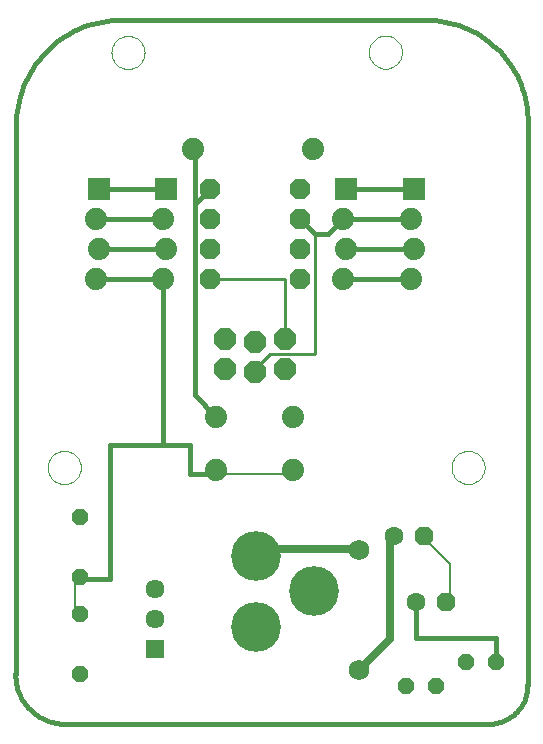
<source format=gtl>
G75*
G70*
%OFA0B0*%
%FSLAX24Y24*%
%IPPOS*%
%LPD*%
%AMOC8*
5,1,8,0,0,1.08239X$1,22.5*
%
%ADD10C,0.0000*%
%ADD11C,0.0160*%
%ADD12OC8,0.0680*%
%ADD13OC8,0.0740*%
%ADD14C,0.0740*%
%ADD15R,0.0740X0.0740*%
%ADD16OC8,0.0560*%
%ADD17C,0.0680*%
%ADD18R,0.0634X0.0634*%
%ADD19C,0.0634*%
%ADD20OC8,0.0630*%
%ADD21C,0.0630*%
%ADD22C,0.1660*%
%ADD23C,0.0100*%
%ADD24C,0.0080*%
%ADD25C,0.0250*%
D10*
X001260Y008952D02*
X001262Y008999D01*
X001268Y009045D01*
X001278Y009091D01*
X001291Y009136D01*
X001309Y009179D01*
X001330Y009221D01*
X001354Y009261D01*
X001382Y009298D01*
X001413Y009333D01*
X001447Y009366D01*
X001483Y009395D01*
X001522Y009421D01*
X001563Y009444D01*
X001606Y009463D01*
X001650Y009479D01*
X001695Y009491D01*
X001741Y009499D01*
X001788Y009503D01*
X001834Y009503D01*
X001881Y009499D01*
X001927Y009491D01*
X001972Y009479D01*
X002016Y009463D01*
X002059Y009444D01*
X002100Y009421D01*
X002139Y009395D01*
X002175Y009366D01*
X002209Y009333D01*
X002240Y009298D01*
X002268Y009261D01*
X002292Y009221D01*
X002313Y009179D01*
X002331Y009136D01*
X002344Y009091D01*
X002354Y009045D01*
X002360Y008999D01*
X002362Y008952D01*
X002360Y008905D01*
X002354Y008859D01*
X002344Y008813D01*
X002331Y008768D01*
X002313Y008725D01*
X002292Y008683D01*
X002268Y008643D01*
X002240Y008606D01*
X002209Y008571D01*
X002175Y008538D01*
X002139Y008509D01*
X002100Y008483D01*
X002059Y008460D01*
X002016Y008441D01*
X001972Y008425D01*
X001927Y008413D01*
X001881Y008405D01*
X001834Y008401D01*
X001788Y008401D01*
X001741Y008405D01*
X001695Y008413D01*
X001650Y008425D01*
X001606Y008441D01*
X001563Y008460D01*
X001522Y008483D01*
X001483Y008509D01*
X001447Y008538D01*
X001413Y008571D01*
X001382Y008606D01*
X001354Y008643D01*
X001330Y008683D01*
X001309Y008725D01*
X001291Y008768D01*
X001278Y008813D01*
X001268Y008859D01*
X001262Y008905D01*
X001260Y008952D01*
X003384Y022789D02*
X003386Y022836D01*
X003392Y022882D01*
X003402Y022928D01*
X003415Y022973D01*
X003433Y023016D01*
X003454Y023058D01*
X003478Y023098D01*
X003506Y023135D01*
X003537Y023170D01*
X003571Y023203D01*
X003607Y023232D01*
X003646Y023258D01*
X003687Y023281D01*
X003730Y023300D01*
X003774Y023316D01*
X003819Y023328D01*
X003865Y023336D01*
X003912Y023340D01*
X003958Y023340D01*
X004005Y023336D01*
X004051Y023328D01*
X004096Y023316D01*
X004140Y023300D01*
X004183Y023281D01*
X004224Y023258D01*
X004263Y023232D01*
X004299Y023203D01*
X004333Y023170D01*
X004364Y023135D01*
X004392Y023098D01*
X004416Y023058D01*
X004437Y023016D01*
X004455Y022973D01*
X004468Y022928D01*
X004478Y022882D01*
X004484Y022836D01*
X004486Y022789D01*
X004484Y022742D01*
X004478Y022696D01*
X004468Y022650D01*
X004455Y022605D01*
X004437Y022562D01*
X004416Y022520D01*
X004392Y022480D01*
X004364Y022443D01*
X004333Y022408D01*
X004299Y022375D01*
X004263Y022346D01*
X004224Y022320D01*
X004183Y022297D01*
X004140Y022278D01*
X004096Y022262D01*
X004051Y022250D01*
X004005Y022242D01*
X003958Y022238D01*
X003912Y022238D01*
X003865Y022242D01*
X003819Y022250D01*
X003774Y022262D01*
X003730Y022278D01*
X003687Y022297D01*
X003646Y022320D01*
X003607Y022346D01*
X003571Y022375D01*
X003537Y022408D01*
X003506Y022443D01*
X003478Y022480D01*
X003454Y022520D01*
X003433Y022562D01*
X003415Y022605D01*
X003402Y022650D01*
X003392Y022696D01*
X003386Y022742D01*
X003384Y022789D01*
X011966Y022799D02*
X011968Y022846D01*
X011974Y022892D01*
X011984Y022938D01*
X011997Y022983D01*
X012015Y023026D01*
X012036Y023068D01*
X012060Y023108D01*
X012088Y023145D01*
X012119Y023180D01*
X012153Y023213D01*
X012189Y023242D01*
X012228Y023268D01*
X012269Y023291D01*
X012312Y023310D01*
X012356Y023326D01*
X012401Y023338D01*
X012447Y023346D01*
X012494Y023350D01*
X012540Y023350D01*
X012587Y023346D01*
X012633Y023338D01*
X012678Y023326D01*
X012722Y023310D01*
X012765Y023291D01*
X012806Y023268D01*
X012845Y023242D01*
X012881Y023213D01*
X012915Y023180D01*
X012946Y023145D01*
X012974Y023108D01*
X012998Y023068D01*
X013019Y023026D01*
X013037Y022983D01*
X013050Y022938D01*
X013060Y022892D01*
X013066Y022846D01*
X013068Y022799D01*
X013066Y022752D01*
X013060Y022706D01*
X013050Y022660D01*
X013037Y022615D01*
X013019Y022572D01*
X012998Y022530D01*
X012974Y022490D01*
X012946Y022453D01*
X012915Y022418D01*
X012881Y022385D01*
X012845Y022356D01*
X012806Y022330D01*
X012765Y022307D01*
X012722Y022288D01*
X012678Y022272D01*
X012633Y022260D01*
X012587Y022252D01*
X012540Y022248D01*
X012494Y022248D01*
X012447Y022252D01*
X012401Y022260D01*
X012356Y022272D01*
X012312Y022288D01*
X012269Y022307D01*
X012228Y022330D01*
X012189Y022356D01*
X012153Y022385D01*
X012119Y022418D01*
X012088Y022453D01*
X012060Y022490D01*
X012036Y022530D01*
X012015Y022572D01*
X011997Y022615D01*
X011984Y022660D01*
X011974Y022706D01*
X011968Y022752D01*
X011966Y022799D01*
X014719Y008956D02*
X014721Y009003D01*
X014727Y009049D01*
X014737Y009095D01*
X014750Y009140D01*
X014768Y009183D01*
X014789Y009225D01*
X014813Y009265D01*
X014841Y009302D01*
X014872Y009337D01*
X014906Y009370D01*
X014942Y009399D01*
X014981Y009425D01*
X015022Y009448D01*
X015065Y009467D01*
X015109Y009483D01*
X015154Y009495D01*
X015200Y009503D01*
X015247Y009507D01*
X015293Y009507D01*
X015340Y009503D01*
X015386Y009495D01*
X015431Y009483D01*
X015475Y009467D01*
X015518Y009448D01*
X015559Y009425D01*
X015598Y009399D01*
X015634Y009370D01*
X015668Y009337D01*
X015699Y009302D01*
X015727Y009265D01*
X015751Y009225D01*
X015772Y009183D01*
X015790Y009140D01*
X015803Y009095D01*
X015813Y009049D01*
X015819Y009003D01*
X015821Y008956D01*
X015819Y008909D01*
X015813Y008863D01*
X015803Y008817D01*
X015790Y008772D01*
X015772Y008729D01*
X015751Y008687D01*
X015727Y008647D01*
X015699Y008610D01*
X015668Y008575D01*
X015634Y008542D01*
X015598Y008513D01*
X015559Y008487D01*
X015518Y008464D01*
X015475Y008445D01*
X015431Y008429D01*
X015386Y008417D01*
X015340Y008409D01*
X015293Y008405D01*
X015247Y008405D01*
X015200Y008409D01*
X015154Y008417D01*
X015109Y008429D01*
X015065Y008445D01*
X015022Y008464D01*
X014981Y008487D01*
X014942Y008513D01*
X014906Y008542D01*
X014872Y008575D01*
X014841Y008610D01*
X014813Y008647D01*
X014789Y008687D01*
X014768Y008729D01*
X014750Y008772D01*
X014737Y008817D01*
X014727Y008863D01*
X014721Y008909D01*
X014719Y008956D01*
D11*
X000199Y008325D02*
X000199Y002083D01*
X000180Y002065D02*
X000182Y001984D01*
X000188Y001903D01*
X000198Y001822D01*
X000212Y001742D01*
X000230Y001662D01*
X000251Y001584D01*
X000277Y001507D01*
X000306Y001431D01*
X000339Y001357D01*
X000376Y001284D01*
X000416Y001213D01*
X000459Y001144D01*
X000506Y001078D01*
X000556Y001014D01*
X000609Y000952D01*
X000665Y000893D01*
X000724Y000837D01*
X000786Y000784D01*
X000850Y000734D01*
X000916Y000687D01*
X000985Y000644D01*
X001056Y000604D01*
X001129Y000567D01*
X001203Y000534D01*
X001279Y000505D01*
X001356Y000479D01*
X001434Y000458D01*
X001514Y000440D01*
X001594Y000426D01*
X001675Y000416D01*
X001756Y000410D01*
X001837Y000408D01*
X015959Y000408D01*
X016029Y000410D01*
X016098Y000416D01*
X016167Y000425D01*
X016235Y000438D01*
X016303Y000455D01*
X016369Y000475D01*
X016434Y000499D01*
X016498Y000527D01*
X016560Y000558D01*
X016621Y000592D01*
X016680Y000629D01*
X016736Y000670D01*
X016790Y000713D01*
X016842Y000760D01*
X016891Y000809D01*
X016938Y000861D01*
X016981Y000915D01*
X017022Y000971D01*
X017059Y001030D01*
X017093Y001091D01*
X017124Y001153D01*
X017152Y001217D01*
X017176Y001282D01*
X017196Y001348D01*
X017213Y001416D01*
X017226Y001484D01*
X017235Y001553D01*
X017241Y001622D01*
X017243Y001692D01*
X017258Y001692D02*
X017258Y007763D01*
X017267Y007743D02*
X017267Y020457D01*
X017263Y020620D01*
X017251Y020783D01*
X017232Y020944D01*
X017205Y021105D01*
X017170Y021264D01*
X017128Y021422D01*
X017079Y021577D01*
X017022Y021730D01*
X016957Y021880D01*
X016886Y022026D01*
X016808Y022169D01*
X016723Y022309D01*
X016632Y022444D01*
X016534Y022574D01*
X016430Y022700D01*
X016321Y022821D01*
X016206Y022936D01*
X016085Y023045D01*
X015959Y023149D01*
X015829Y023247D01*
X015694Y023338D01*
X015554Y023423D01*
X015411Y023501D01*
X015265Y023572D01*
X015115Y023637D01*
X014962Y023694D01*
X014807Y023743D01*
X014649Y023785D01*
X014490Y023820D01*
X014329Y023847D01*
X014168Y023866D01*
X014005Y023878D01*
X013842Y023882D01*
X003731Y023882D01*
X003563Y023878D01*
X003395Y023866D01*
X003228Y023846D01*
X003062Y023818D01*
X002897Y023782D01*
X002735Y023739D01*
X002574Y023688D01*
X002417Y023629D01*
X002262Y023562D01*
X002111Y023489D01*
X001963Y023408D01*
X001819Y023321D01*
X001680Y023226D01*
X001545Y023125D01*
X001415Y023018D01*
X001291Y022905D01*
X001172Y022786D01*
X001059Y022662D01*
X000952Y022532D01*
X000851Y022397D01*
X000756Y022258D01*
X000669Y022114D01*
X000588Y021966D01*
X000515Y021815D01*
X000448Y021660D01*
X000389Y021503D01*
X000338Y021342D01*
X000295Y021180D01*
X000259Y021015D01*
X000231Y020849D01*
X000211Y020682D01*
X000199Y020514D01*
X000195Y020346D01*
X000195Y008279D01*
X002157Y005245D02*
X003327Y005245D01*
X003327Y009689D01*
X005107Y009689D01*
X006002Y009689D01*
X006002Y008742D01*
X007055Y008742D01*
X007055Y008784D01*
X006877Y010635D02*
X006157Y011355D01*
X006157Y017236D01*
X006157Y017745D01*
X006157Y019580D01*
X006095Y019580D01*
X006657Y018245D02*
X006157Y017745D01*
X005207Y018245D02*
X005207Y018252D01*
X002964Y018252D01*
X002864Y017252D02*
X005107Y017252D01*
X005107Y017245D01*
X005207Y016252D02*
X005207Y016245D01*
X005207Y016252D02*
X002964Y016252D01*
X002864Y015252D02*
X005107Y015252D01*
X005107Y015245D01*
X005107Y009689D01*
X010157Y016745D02*
X009657Y017245D01*
X010157Y016745D02*
X010607Y016745D01*
X011107Y017245D01*
X011107Y017232D01*
X013352Y017232D01*
X013452Y016232D02*
X011207Y016232D01*
X011207Y016245D01*
X011107Y015245D02*
X013352Y015245D01*
X013352Y015232D01*
X013452Y018232D02*
X011207Y018232D01*
X011207Y018245D01*
X013532Y004456D02*
X013542Y004456D01*
X013542Y003263D01*
X016204Y003263D01*
X016204Y002473D01*
D12*
X009657Y015245D03*
X009657Y016245D03*
X009657Y017245D03*
X009657Y018245D03*
X006657Y018245D03*
X006657Y017245D03*
X006657Y016245D03*
X006657Y015245D03*
D13*
X007157Y013245D03*
X007157Y012245D03*
X008157Y012145D03*
X008157Y013145D03*
X009157Y013245D03*
X009157Y012245D03*
D14*
X009437Y010635D03*
X009437Y008855D03*
X006877Y008855D03*
X006877Y010635D03*
X005107Y015245D03*
X005207Y016245D03*
X005107Y017245D03*
X006095Y019580D03*
X002864Y017252D03*
X002964Y016252D03*
X002864Y015252D03*
X010095Y019580D03*
X011107Y017245D03*
X011207Y016245D03*
X011107Y015245D03*
X013352Y015232D03*
X013452Y016232D03*
X013352Y017232D03*
D15*
X013452Y018232D03*
X011207Y018245D03*
X005207Y018245D03*
X002964Y018252D03*
D16*
X002351Y007288D03*
X002351Y005288D03*
X002337Y004058D03*
X002337Y002058D03*
X013187Y001659D03*
X014187Y001659D03*
X015204Y002473D03*
X016204Y002473D03*
D17*
X011640Y002189D03*
X011640Y006189D03*
D18*
X004837Y002890D03*
D19*
X004837Y003890D03*
X004837Y004890D03*
D20*
X013799Y006659D03*
X014532Y004456D03*
D21*
X013532Y004456D03*
X012799Y006659D03*
D22*
X010132Y004833D03*
X008202Y005994D03*
X008202Y003632D03*
D23*
X008157Y012145D02*
X008157Y012245D01*
X008657Y012745D01*
X010157Y012745D01*
X010157Y016745D01*
X009157Y015245D02*
X006657Y015245D01*
X009157Y015245D02*
X009157Y013245D01*
D24*
X009437Y008855D02*
X009157Y008745D01*
X007157Y008745D01*
X007055Y008784D01*
X006877Y008855D01*
X006657Y008745D01*
X002351Y005288D02*
X002157Y005245D01*
X002157Y004245D01*
X002337Y004058D01*
X013657Y006745D02*
X013799Y006659D01*
X013657Y006745D02*
X014657Y005745D01*
X014657Y004745D01*
X014532Y004456D01*
D25*
X012799Y006659D02*
X012657Y006745D01*
X012657Y003245D01*
X011657Y002245D01*
X011640Y002189D01*
X011640Y006189D02*
X011657Y006245D01*
X008657Y006245D01*
X008202Y005994D01*
M02*

</source>
